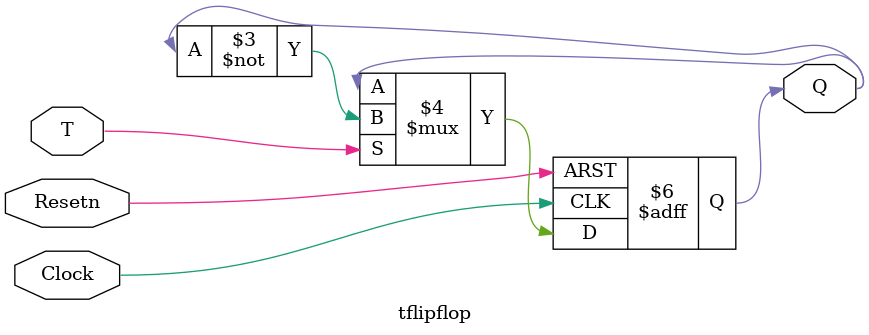
<source format=v>
module tflipflop(T, Clock, Resetn, Q);
input T, Clock, Resetn;
output reg Q;
always @(negedge Clock or negedge Resetn)
begin
    if (!Resetn) Q <= 1'b0;
    else if (T) Q <= ~Q;
end
endmodule
</source>
